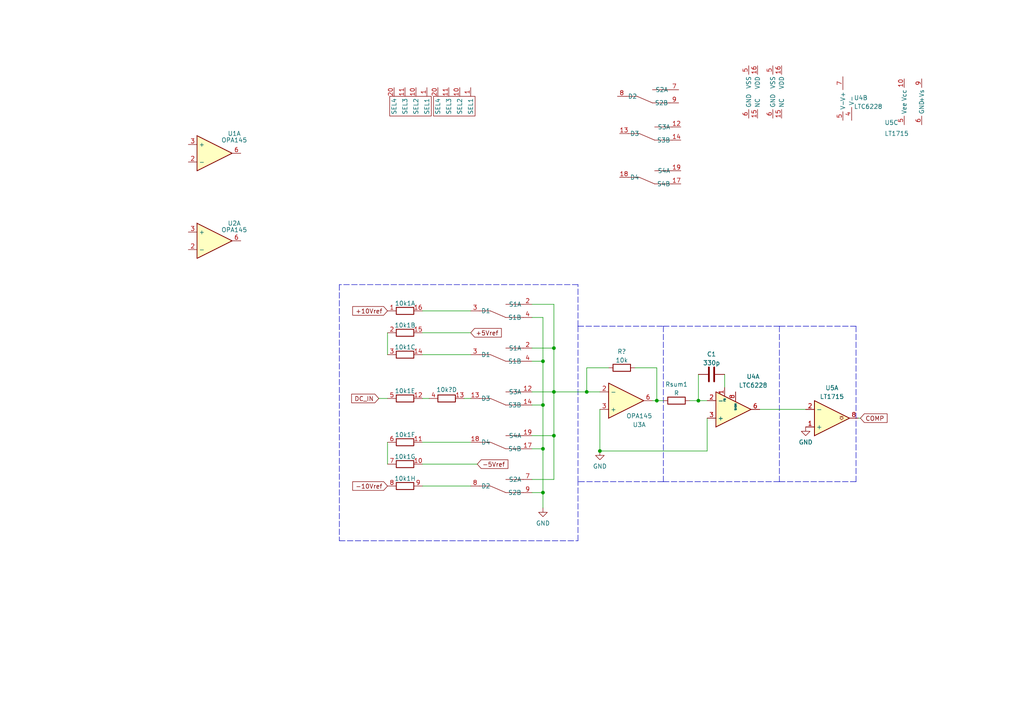
<source format=kicad_sch>
(kicad_sch (version 20211123) (generator eeschema)
  (paper "A4")
  (lib_symbols
    (symbol "Device:C" (pin_numbers hide) (pin_names (offset 0.254))
      (property "Reference" "C" (at 0.635 2.54 0))
      (property "Value" "C" (at 0.635 -2.54 0))
      (symbol "C_0_1"
        (polyline (pts (xy -2.032 -0.762) (xy 2.032 -0.762)) (stroke (width 0.508)))
        (polyline (pts (xy -2.032 0.762) (xy 2.032 0.762)) (stroke (width 0.508)))
      )
      (symbol "C_1_1"
        (pin passive line (at 0 3.81 270) (length 2.794) (name "~") (number "1"))
        (pin passive line (at 0 -3.81 90) (length 2.794) (name "~") (number "2"))
      )
    )
    (symbol "Device:R" (pin_numbers hide) (pin_names (offset 0))
      (property "Reference" "R" (at 2.032 0 90))
      (property "Value" "R" (at 0 0 90))
      (symbol "R_0_1"
        (rectangle (start -1.016 -2.54) (end 1.016 2.54) (stroke (width 0.254)))
      )
      (symbol "R_1_1"
        (pin passive line (at 0 3.81 270) (length 1.27) (name "~") (number "1"))
        (pin passive line (at 0 -3.81 90) (length 1.27) (name "~") (number "2"))
      )
    )
    (symbol "LTC6228_1"
      (property "Reference" "U" (at -1.27 10.16 0))
      (property "Value" "LTC6228_1" (at 0 8.255 0))
      (symbol "LTC6228_1_1_1"
        (polyline (pts (xy 0 4.445) (xy 10.16 -0.635) (xy 0 -5.715) (xy 0 4.445)) (stroke (width 0.254)) (fill (type background)))
        (pin output line (at 2.54 -6.985 90) (length 2.54) (name "FB") (number "1"))
        (pin input line (at -2.54 -3.175 0) (length 2.54) (name "-") (number "2"))
        (pin input line (at -2.54 1.905 0) (length 2.54) (name "+") (number "3"))
        (pin output line (at 12.7 -0.635 180) (length 2.54) (name "~") (number "6"))
        (pin input line (at 5.715 -5.715 90) (length 2.7) (name "SHDN") (number "8"))
      )
      (symbol "LTC6228_1_2_1"
        (pin power_in line (at 1.27 -5.715 90) (length 3.81) (name "V-") (number "4"))
        (pin input line (at -1.27 -5.715 90) (length 2.54) (name "V-") (number "5"))
        (pin power_in line (at -1.27 6.985 270) (length 3.81) (name "V+") (number "7"))
      )
    )
    (symbol "OPA145_2"
      (property "Reference" "U" (at 5.715 3.175 0))
      (property "Value" "OPA145_2" (at 5.08 5.08 0))
      (symbol "OPA145_2_1_1"
        (polyline (pts (xy -2.54 5.08) (xy 7.62 0) (xy -2.54 -5.08) (xy -2.54 5.08)) (stroke (width 0.254)) (fill (type background)))
        (pin input line (at -5.08 -2.54 0) (length 2.54) (name "-") (number "2"))
        (pin input line (at -5.08 2.54 0) (length 2.54) (name "+") (number "3"))
        (pin output line (at 10.16 0 180) (length 2.54) (name "~") (number "6"))
      )
      (symbol "OPA145_2_2_1"
        (pin power_in line (at 0 -7.62 90) (length 3.81) (name "V-") (number "4"))
        (pin power_in line (at 0 7.62 270) (length 3.81) (name "V+") (number "7"))
      )
    )
    (symbol "VM1085:LT1715"
      (property "Reference" "U" (at 2.2225 4.1275 90))
      (property "Value" "LT1715" (at 2.2225 -0.9525 90))
      (symbol "LT1715_1_1"
        (polyline (pts (xy 0 5.08) (xy 10.16 0) (xy 0 -5.08) (xy 0 5.08)) (stroke (width 0.254)) (fill (type background)))
        (polyline (pts (xy 8.382 -0.508) (xy 7.874 -0.508) (xy 8.382 0) (xy 7.874 0.508) (xy 7.366 0) (xy 7.874 -0.508) (xy 7.366 -0.508)) (stroke (width 0.127)))
        (pin input line (at -2.54 2.54 0) (length 2.54) (name "+") (number "1"))
        (pin input line (at -2.54 -2.54 0) (length 2.54) (name "-") (number "2"))
        (pin open_collector line (at 12.7 0 180) (length 2.54) (name "~") (number "8"))
      )
      (symbol "LT1715_2_1"
        (polyline (pts (xy 0 5.08) (xy 10.16 0) (xy 0 -5.08) (xy 0 5.08)) (stroke (width 0.254)) (fill (type background)))
        (polyline (pts (xy 8.382 -0.508) (xy 7.874 -0.508) (xy 8.382 0) (xy 7.874 0.508) (xy 7.366 0) (xy 7.874 -0.508) (xy 7.366 -0.508)) (stroke (width 0.127)))
        (pin input line (at -2.54 -2.54 0) (length 2.54) (name "-") (number "3"))
        (pin input line (at -2.54 2.54 0) (length 2.54) (name "+") (number "4"))
        (pin open_collector line (at 12.7 0 180) (length 2.54) (name "~") (number "7"))
      )
      (symbol "LT1715_3_1"
        (pin input line (at 0 6.35 270) (length 2.54) (name "Vcc") (number "10"))
        (pin input line (at 0 -6.985 90) (length 2.54) (name "Vee") (number "5"))
        (pin input line (at 5.08 -6.985 90) (length 2.54) (name "GND") (number "6"))
        (pin input line (at 5.08 6.35 270) (length 2.54) (name "+Vs") (number "9"))
      )
    )
    (symbol "VM1085:LTC6228"
      (property "Reference" "U" (at -1.27 10.16 0))
      (property "Value" "LTC6228" (at 0 8.255 0))
      (symbol "LTC6228_1_1"
        (polyline (pts (xy 0 4.445) (xy 10.16 -0.635) (xy 0 -5.715) (xy 0 4.445)) (stroke (width 0.254)) (fill (type background)))
        (pin output line (at 2.54 5.715 270) (length 2.54) (name "FB") (number "1"))
        (pin input line (at -2.54 -3.175 0) (length 2.54) (name "-") (number "2"))
        (pin input line (at -2.54 1.905 0) (length 2.54) (name "+") (number "3"))
        (pin output line (at 12.7 -0.635 180) (length 2.54) (name "~") (number "6"))
        (pin input line (at 5.715 4.445 270) (length 2.7) (name "SHDN") (number "8"))
      )
      (symbol "LTC6228_2_1"
        (pin power_in line (at 1.27 -5.715 90) (length 3.81) (name "V-") (number "4"))
        (pin input line (at -1.27 -5.715 90) (length 2.54) (name "V-") (number "5"))
        (pin power_in line (at -1.27 6.985 270) (length 3.81) (name "V+") (number "7"))
      )
    )
    (symbol "VM1085:OPA145"
      (property "Reference" "U" (at 5.715 3.175 0))
      (property "Value" "OPA145" (at 5.08 5.08 0))
      (symbol "OPA145_1_1"
        (polyline (pts (xy -2.54 5.08) (xy 7.62 0) (xy -2.54 -5.08) (xy -2.54 5.08)) (stroke (width 0.254)) (fill (type background)))
        (pin input line (at -5.08 -2.54 0) (length 2.54) (name "-") (number "2"))
        (pin input line (at -5.08 2.54 0) (length 2.54) (name "+") (number "3"))
        (pin output line (at 10.16 0 180) (length 2.54) (name "~") (number "6"))
      )
      (symbol "OPA145_2_1"
        (pin power_in line (at 0 -7.62 90) (length 3.81) (name "V-") (number "4"))
        (pin power_in line (at 0 7.62 270) (length 3.81) (name "V+") (number "7"))
      )
    )
    (symbol "VM1085:TMUX1134"
      (symbol "TMUX1134_1_0"
        (polyline (pts (xy -6.35 0) (xy -3.175 0)) (stroke (width 0.1524)))
        (polyline (pts (xy -3.175 0) (xy 1.27 -1.905)) (stroke (width 0.1524)))
        (polyline (pts (xy 6.35 1.905) (xy 1.27 1.905)) (stroke (width 0.1524)))
      )
      (symbol "TMUX1134_1_1"
        (polyline (pts (xy 6.35 -1.905) (xy 1.27 -1.905)) (stroke (width 0.1524)))
        (pin passive line (at 8.89 1.905 180) (length 2.54) (name "S1A") (number "2"))
        (pin passive line (at -8.89 0 0) (length 2.54) (name "D1") (number "3"))
        (pin passive line (at 8.89 -1.905 180) (length 2.54) (name "S1B") (number "4"))
      )
      (symbol "TMUX1134_2_0"
        (polyline (pts (xy -6.35 0) (xy -3.175 0)) (stroke (width 0.1524)))
        (polyline (pts (xy -3.175 0) (xy 1.27 -1.905)) (stroke (width 0.1524)))
        (polyline (pts (xy 6.35 1.905) (xy 1.27 1.905)) (stroke (width 0.1524)))
      )
      (symbol "TMUX1134_2_1"
        (polyline (pts (xy 6.35 -1.905) (xy 1.27 -1.905)) (stroke (width 0.1524)))
        (pin passive line (at 8.89 1.905 180) (length 2.54) (name "S2A") (number "7"))
        (pin passive line (at -8.89 0 0) (length 2.54) (name "D2") (number "8"))
        (pin passive line (at 8.89 -1.905 180) (length 2.54) (name "S2B") (number "9"))
      )
      (symbol "TMUX1134_3_0"
        (polyline (pts (xy -6.35 0) (xy -3.175 0)) (stroke (width 0.1524)))
        (polyline (pts (xy -3.175 0) (xy 1.27 -1.905)) (stroke (width 0.1524)))
        (polyline (pts (xy 6.35 1.905) (xy 1.27 1.905)) (stroke (width 0.1524)))
      )
      (symbol "TMUX1134_3_1"
        (polyline (pts (xy 6.35 -1.905) (xy 1.27 -1.905)) (stroke (width 0.1524)))
        (pin passive line (at 8.89 1.905 180) (length 2.54) (name "S3A") (number "12"))
        (pin passive line (at -8.89 0 0) (length 2.54) (name "D3") (number "13"))
        (pin passive line (at 8.89 -1.905 180) (length 2.54) (name "S3B") (number "14"))
      )
      (symbol "TMUX1134_4_0"
        (polyline (pts (xy -6.35 0) (xy -3.175 0)) (stroke (width 0.1524)))
        (polyline (pts (xy -3.175 0) (xy 1.27 -1.905)) (stroke (width 0.1524)))
        (polyline (pts (xy 6.35 1.905) (xy 1.27 1.905)) (stroke (width 0.1524)))
      )
      (symbol "TMUX1134_4_1"
        (polyline (pts (xy 6.35 -1.905) (xy 1.27 -1.905)) (stroke (width 0.1524)))
        (pin passive line (at 8.89 -1.905 180) (length 2.54) (name "S4B") (number "17"))
        (pin passive line (at -8.89 0 0) (length 2.54) (name "D4") (number "18"))
        (pin passive line (at 8.89 1.905 180) (length 2.54) (name "S4A") (number "19"))
      )
      (symbol "TMUX1134_5_0"
        (rectangle (start 0 7.62) (end 5.715 -4.445) (stroke (width 0.1524)))
      )
      (symbol "TMUX1134_5_1"
        (pin passive line (at -2.54 6.35 0) (length 2.54) (name "SEL1") (number "1"))
        (pin passive line (at -2.54 3.175 0) (length 2.54) (name "SEL2") (number "10"))
        (pin passive line (at -2.54 0 0) (length 2.54) (name "SEL3") (number "11"))
        (pin passive line (at -2.54 -3.175 0) (length 2.54) (name "SEL4") (number "20"))
      )
      (symbol "TMUX1134_6_1"
        (pin passive line (at 2.54 -7.62 90) (length 2.54) (name "NC") (number "15"))
        (pin passive line (at 2.54 7.62 270) (length 2.54) (name "VDD") (number "16"))
        (pin passive line (at 0 7.62 270) (length 2.54) (name "VSS") (number "5"))
        (pin passive line (at 0 -7.62 90) (length 2.54) (name "GND") (number "6"))
      )
    )
    (symbol "VM1085:TOMC_RES_NETWORK"
      (property "Reference" "10k" (at 0 2.54 0))
      (symbol "TOMC_RES_NETWORK_0_1"
        (rectangle (start 2.54 -1.016) (end -2.54 1.016) (stroke (width 0.254)))
      )
      (symbol "TOMC_RES_NETWORK_1_1"
        (pin passive line (at -5.08 0 0) (length 2.54) (name "~") (number "1"))
        (pin passive line (at 5.08 0 180) (length 2.54) (name "~") (number "16"))
      )
      (symbol "TOMC_RES_NETWORK_2_1"
        (pin passive line (at 5.08 0 180) (length 2.54) (name "~") (number "15"))
        (pin passive line (at -5.08 0 0) (length 2.54) (name "~") (number "2"))
      )
      (symbol "TOMC_RES_NETWORK_3_1"
        (pin passive line (at 5.08 0 180) (length 2.54) (name "~") (number "14"))
        (pin passive line (at -5.08 0 0) (length 2.54) (name "~") (number "3"))
      )
      (symbol "TOMC_RES_NETWORK_4_1"
        (pin passive line (at 5.08 0 180) (length 2.54) (name "~") (number "13"))
        (pin passive line (at -5.08 0 0) (length 2.54) (name "~") (number "4"))
      )
      (symbol "TOMC_RES_NETWORK_5_1"
        (pin passive line (at 5.08 0 180) (length 2.54) (name "~") (number "12"))
        (pin passive line (at -5.08 0 0) (length 2.54) (name "~") (number "5"))
      )
      (symbol "TOMC_RES_NETWORK_6_1"
        (pin passive line (at 5.08 0 180) (length 2.54) (name "~") (number "11"))
        (pin passive line (at -5.08 0 0) (length 2.54) (name "~") (number "6"))
      )
      (symbol "TOMC_RES_NETWORK_7_1"
        (pin passive line (at 5.08 0 180) (length 2.54) (name "~") (number "10"))
        (pin passive line (at -5.08 0 0) (length 2.54) (name "~") (number "7"))
      )
      (symbol "TOMC_RES_NETWORK_8_1"
        (pin passive line (at -5.08 0 0) (length 2.54) (name "~") (number "8"))
        (pin passive line (at 5.08 0 180) (length 2.54) (name "~") (number "9"))
      )
    )
    (symbol "power:GND" (power) (pin_names (offset 0))
      (property "Value" "GND" (at 0 -3.81 0))
      (symbol "GND_0_1"
        (polyline (pts (xy 0 0) (xy 0 -1.27) (xy 1.27 -1.27) (xy 0 -2.54) (xy -1.27 -1.27) (xy 0 -1.27)))
      )
      (symbol "GND_1_1"
        (pin power_in line (at 0 0 270) (length 0) hide (name "GND") (number "1"))
      )
    )
  )
  (junction (at 190.5 116.205))
  (junction (at 157.48 130.175))
  (junction (at 157.48 117.475))
  (junction (at 160.655 113.665))
  (junction (at 157.48 104.775))
  (junction (at 157.48 142.875))
  (junction (at 160.655 100.965))
  (junction (at 173.99 130.81))
  (junction (at 170.18 113.665))
  (junction (at 202.565 116.205))
  (junction (at 160.655 126.365))
  (polyline (pts (xy 192.405 94.615) (xy 226.06 94.615)))
  (wire (pts (xy 173.99 130.81) (xy 205.105 130.81)))
  (wire (pts (xy 205.105 130.81) (xy 205.105 121.285)))
  (wire (pts (xy 154.305 126.365) (xy 160.655 126.365)))
  (polyline (pts (xy 226.06 139.7) (xy 192.405 139.7)))
  (wire (pts (xy 190.5 106.68) (xy 190.5 116.205)))
  (wire (pts (xy 160.655 100.965) (xy 160.655 113.665)))
  (wire (pts (xy 154.305 88.265) (xy 160.655 88.265)))
  (wire (pts (xy 134.62 115.57) (xy 136.525 115.57)))
  (wire (pts (xy 157.48 142.875) (xy 157.48 147.32)))
  (wire (pts (xy 189.23 116.205) (xy 190.5 116.205)))
  (polyline (pts (xy 192.405 139.7) (xy 167.64 139.7)))
  (wire (pts (xy 112.395 128.27) (xy 112.395 134.62)))
  (wire (pts (xy 109.855 115.57) (xy 112.395 115.57)))
  (wire (pts (xy 160.655 113.665) (xy 160.655 126.365)))
  (polyline (pts (xy 167.64 94.615) (xy 167.64 82.55)))
  (polyline (pts (xy 98.425 82.55) (xy 98.425 156.845)))
  (wire (pts (xy 154.305 142.875) (xy 157.48 142.875)))
  (wire (pts (xy 160.655 139.065) (xy 154.305 139.065)))
  (polyline (pts (xy 167.64 156.845) (xy 167.64 139.7)))
  (wire (pts (xy 154.305 130.175) (xy 157.48 130.175)))
  (polyline (pts (xy 167.64 94.615) (xy 167.64 139.7)))
  (wire (pts (xy 170.18 113.665) (xy 173.99 113.665)))
  (wire (pts (xy 122.555 115.57) (xy 124.46 115.57)))
  (wire (pts (xy 122.555 102.87) (xy 136.525 102.87)))
  (wire (pts (xy 210.185 108.585) (xy 210.185 112.395)))
  (wire (pts (xy 154.305 100.965) (xy 160.655 100.965)))
  (wire (pts (xy 176.53 106.68) (xy 170.18 106.68)))
  (wire (pts (xy 154.305 104.775) (xy 157.48 104.775)))
  (wire (pts (xy 160.655 126.365) (xy 160.655 139.065)))
  (polyline (pts (xy 98.425 156.845) (xy 167.64 156.845)))
  (wire (pts (xy 184.15 106.68) (xy 190.5 106.68)))
  (wire (pts (xy 170.18 106.68) (xy 170.18 113.665)))
  (polyline (pts (xy 248.285 139.7) (xy 226.06 139.7)))
  (wire (pts (xy 160.655 88.265) (xy 160.655 100.965)))
  (wire (pts (xy 138.43 134.62) (xy 122.555 134.62)))
  (wire (pts (xy 220.345 118.745) (xy 233.68 118.745)))
  (wire (pts (xy 173.99 118.745) (xy 173.99 130.81)))
  (wire (pts (xy 154.305 92.075) (xy 157.48 92.075)))
  (wire (pts (xy 160.655 113.665) (xy 170.18 113.665)))
  (wire (pts (xy 157.48 130.175) (xy 157.48 142.875)))
  (wire (pts (xy 122.555 140.97) (xy 136.525 140.97)))
  (wire (pts (xy 157.48 92.075) (xy 157.48 104.775)))
  (wire (pts (xy 157.48 104.775) (xy 157.48 117.475)))
  (wire (pts (xy 154.305 117.475) (xy 157.48 117.475)))
  (polyline (pts (xy 167.64 94.615) (xy 192.405 94.615)))
  (wire (pts (xy 122.555 90.17) (xy 136.525 90.17)))
  (wire (pts (xy 202.565 116.205) (xy 205.105 116.205)))
  (polyline (pts (xy 248.285 94.615) (xy 248.285 139.7)))
  (wire (pts (xy 249.555 121.285) (xy 248.92 121.285)))
  (polyline (pts (xy 226.06 94.615) (xy 248.285 94.615)))
  (wire (pts (xy 157.48 117.475) (xy 157.48 130.175)))
  (wire (pts (xy 200.025 116.205) (xy 202.565 116.205)))
  (wire (pts (xy 122.555 128.27) (xy 136.525 128.27)))
  (wire (pts (xy 154.305 113.665) (xy 160.655 113.665)))
  (polyline (pts (xy 226.06 94.615) (xy 226.06 139.7)))
  (polyline (pts (xy 167.64 82.55) (xy 98.425 82.55)))
  (wire (pts (xy 112.395 96.52) (xy 112.395 102.87)))
  (wire (pts (xy 202.565 108.585) (xy 202.565 116.205)))
  (wire (pts (xy 136.525 96.52) (xy 122.555 96.52)))
  (wire (pts (xy 190.5 116.205) (xy 192.405 116.205)))
  (polyline (pts (xy 192.405 94.615) (xy 192.405 139.7)))
  (global_label "-10Vref" (shape input) (at 112.395 140.97 180) (property "Intersheet References" "${INTERSHEET_REFS}" (effects hide)))
  (global_label "DC_IN" (shape input) (at 109.855 115.57 180) (property "Intersheet References" "${INTERSHEET_REFS}" (effects hide)))
  (global_label "+5Vref" (shape input) (at 136.525 96.52 0) (property "Intersheet References" "${INTERSHEET_REFS}" (effects hide)))
  (global_label "+10Vref" (shape input) (at 112.395 90.17 180) (property "Intersheet References" "${INTERSHEET_REFS}" (effects hide)))
  (global_label "-5Vref" (shape input) (at 138.43 134.62 0) (property "Intersheet References" "${INTERSHEET_REFS}" (effects hide)))
  (global_label "COMP" (shape input) (at 249.555 121.285 0) (property "Intersheet References" "${INTERSHEET_REFS}" (effects hide)))
  (symbol (lib_id "power:GND") (at 157.48 147.32 0) (unit 1)
    (property "Reference" "#PWR0102" (effects hide))
    (property "Value" "GND" (at 157.48 151.7634 0))
  )
  (symbol (lib_id "VM1085:OPA145") (at 179.07 116.205 0) (mirror x) (unit 1)
    (property "Reference" "U3" (at 185.42 123.19 0))
    (property "Value" "OPA145" (at 185.42 120.65 0))
    (property "Footprint" "Package_SO:MSOP-8_3x3mm_P0.65mm" (effects hide))
  )
  (symbol (lib_id "power:GND") (at 173.99 130.81 0) (unit 1)
    (property "Reference" "#PWR?" (effects hide))
    (property "Value" "GND" (at 173.99 135.2534 0))
  )
  (symbol (lib_id "VM1085:TMUX1134") (at 145.415 115.57 0) (unit 3)
    (property "Reference" "S1" (effects hide))
    (property "Value" "TMUX1134" (effects hide))
  )
  (symbol (lib_name "LTC6228_1") (lib_id "VM1085:LTC6228") (at 207.645 119.38 0) (mirror x) (unit 1)
    (property "Reference" "U4" (at 218.44 109.22 0))
    (property "Value" "LTC6228" (at 218.44 111.76 0))
    (property "Footprint" "Package_SO:SO-8_5.3x6.2mm_P1.27mm" (effects hide))
  )
  (symbol (lib_id "VM1085:TMUX1134") (at 188.595 38.735 0) (unit 3)
    (property "Reference" "S2" (effects hide))
    (property "Value" "TMUX1134" (effects hide))
  )
  (symbol (lib_id "VM1085:TMUX1134") (at 145.415 102.87 0) (unit 1)
    (property "Reference" "S2" (effects hide))
    (property "Value" "TMUX1134" (effects hide))
  )
  (symbol (lib_id "VM1085:LTC6228") (at 245.745 29.21 0) (unit 2)
    (property "Reference" "U4" (at 247.65 28.3753 0) (effects (justify left)))
    (property "Value" "LTC6228" (at 247.65 30.9122 0) (effects (justify left)))
    (property "Footprint" "Package_SO:SO-8_5.3x6.2mm_P1.27mm" (effects hide))
  )
  (symbol (lib_id "VM1085:TOMC_RES_NETWORK") (at 117.475 115.57 0) (unit 5)
    (property "Reference" "10k1" (at 117.475 113.3912 0))
    (property "Value" "TOMC_RES_NETWORK" (effects hide))
    (property "Footprint" "Package_SO:SOIC-16_3.9x9.9mm_P1.27mm" (effects hide))
  )
  (symbol (lib_id "Device:R") (at 196.215 116.205 90) (unit 1)
    (property "Reference" "Rsum1" (at 196.215 111.4892 90))
    (property "Value" "R" (at 196.215 114.0261 90))
  )
  (symbol (lib_id "VM1085:TOMC_RES_NETWORK") (at 117.475 102.87 0) (unit 3)
    (property "Reference" "10k1" (at 117.475 100.6912 0))
    (property "Value" "TOMC_RES_NETWORK" (effects hide))
    (property "Footprint" "Package_SO:SOIC-16_3.9x9.9mm_P1.27mm" (effects hide))
  )
  (symbol (lib_name "OPA145_2") (lib_id "VM1085:OPA145") (at 59.69 44.45 0) (unit 1)
    (property "Reference" "U1" (at 67.945 38.735 0))
    (property "Value" "OPA145" (at 67.945 40.64 0))
    (property "Footprint" "Package_SO:MSOP-8_3x3mm_P0.65mm" (effects hide))
  )
  (symbol (lib_id "VM1085:TOMC_RES_NETWORK") (at 117.475 134.62 0) (unit 7)
    (property "Reference" "10k1" (at 117.475 132.4412 0))
    (property "Value" "TOMC_RES_NETWORK" (effects hide))
    (property "Footprint" "Package_SO:SOIC-16_3.9x9.9mm_P1.27mm" (effects hide))
  )
  (symbol (lib_id "VM1085:TOMC_RES_NETWORK") (at 129.54 115.57 0) (unit 4)
    (property "Reference" "10k?" (at 129.54 113.03 0))
    (property "Value" "TOMC_RES_NETWORK" (effects hide))
    (property "Footprint" "Package_SO:SOIC-16_3.9x9.9mm_P1.27mm" (effects hide))
  )
  (symbol (lib_id "VM1085:TMUX1134") (at 145.415 128.27 0) (unit 4)
    (property "Reference" "S1" (effects hide))
    (property "Value" "TMUX1134" (effects hide))
  )
  (symbol (lib_id "Device:C") (at 206.375 108.585 90) (unit 1)
    (property "Reference" "C1" (at 206.375 102.7262 90))
    (property "Value" "330p" (at 206.375 105.2631 90))
  )
  (symbol (lib_id "VM1085:TMUX1134") (at 145.415 90.17 0) (unit 1)
    (property "Reference" "S1" (effects hide))
    (property "Value" "TMUX1134" (effects hide))
  )
  (symbol (lib_id "VM1085:TOMC_RES_NETWORK") (at 117.475 96.52 0) (unit 2)
    (property "Reference" "10k1" (at 117.475 94.3412 0))
    (property "Value" "TOMC_RES_NETWORK" (effects hide))
    (property "Footprint" "Package_SO:SOIC-16_3.9x9.9mm_P1.27mm" (effects hide))
  )
  (symbol (lib_id "VM1085:TMUX1134") (at 217.17 26.67 0) (unit 6)
    (property "Reference" "S1" (effects hide))
    (property "Value" "TMUX1134" (effects hide))
  )
  (symbol (lib_id "VM1085:TMUX1134") (at 188.595 51.435 0) (unit 4)
    (property "Reference" "S2" (effects hide))
    (property "Value" "TMUX1134" (effects hide))
  )
  (symbol (lib_id "VM1085:TMUX1134") (at 187.96 27.94 0) (unit 2)
    (property "Reference" "S2" (effects hide))
    (property "Value" "TMUX1134" (effects hide))
  )
  (symbol (lib_id "VM1085:LT1715") (at 262.255 29.21 0) (unit 3)
    (property "Reference" "U5" (at 256.54 35.56 0) (effects (justify left)))
    (property "Value" "LT1715" (at 256.54 38.735 0) (effects (justify left)))
    (property "Footprint" "Package_SO:MSOP-10_3x3mm_P0.5mm" (effects hide))
  )
  (symbol (lib_id "VM1085:OPA145") (at 59.69 69.85 0) (unit 1)
    (property "Reference" "U2" (at 67.945 64.77 0))
    (property "Value" "OPA145" (at 67.945 66.675 0))
    (property "Footprint" "Package_SO:MSOP-8_3x3mm_P0.65mm" (effects hide))
  )
  (symbol (lib_id "VM1085:TMUX1134") (at 117.475 27.94 270) (unit 5)
    (property "Reference" "S1" (effects hide))
    (property "Value" "TMUX1134" (effects hide))
  )
  (symbol (lib_id "VM1085:TOMC_RES_NETWORK") (at 117.475 90.17 0) (unit 1)
    (property "Reference" "10k1" (at 117.475 87.9912 0))
    (property "Value" "TOMC_RES_NETWORK" (effects hide))
    (property "Footprint" "Package_SO:SOIC-16_3.9x9.9mm_P1.27mm" (effects hide))
  )
  (symbol (lib_id "VM1085:LT1715") (at 236.22 121.285 0) (mirror x) (unit 1)
    (property "Reference" "U5" (at 241.3 112.5052 0))
    (property "Value" "LT1715" (at 241.3 115.0421 0))
    (property "Footprint" "Package_SO:MSOP-10_3x3mm_P0.5mm" (effects hide))
  )
  (symbol (lib_id "power:GND") (at 233.68 123.825 0) (unit 1)
    (property "Reference" "#PWR0101" (effects hide))
    (property "Value" "GND" (at 233.68 128.2684 0))
  )
  (symbol (lib_id "VM1085:TMUX1134") (at 145.415 140.97 0) (unit 2)
    (property "Reference" "S1" (effects hide))
    (property "Value" "TMUX1134" (effects hide))
  )
  (symbol (lib_id "VM1085:TOMC_RES_NETWORK") (at 117.475 140.97 0) (unit 8)
    (property "Reference" "10k1" (at 117.475 138.7912 0))
    (property "Value" "TOMC_RES_NETWORK" (effects hide))
    (property "Footprint" "Package_SO:SOIC-16_3.9x9.9mm_P1.27mm" (effects hide))
  )
  (symbol (lib_id "VM1085:TOMC_RES_NETWORK") (at 117.475 128.27 0) (unit 6)
    (property "Reference" "10k1" (at 117.475 126.0912 0))
    (property "Value" "TOMC_RES_NETWORK" (effects hide))
    (property "Footprint" "Package_SO:SOIC-16_3.9x9.9mm_P1.27mm" (effects hide))
  )
  (symbol (lib_id "VM1085:TMUX1134") (at 224.155 26.67 0) (unit 6)
    (property "Reference" "S2" (effects hide))
    (property "Value" "TMUX1134" (effects hide))
  )
  (symbol (lib_id "VM1085:TMUX1134") (at 130.175 27.94 270) (unit 5)
    (property "Reference" "S2" (effects hide))
    (property "Value" "TMUX1134" (effects hide))
  )
  (symbol (lib_id "Device:R") (at 180.34 106.68 90) (unit 1)
    (property "Reference" "R?" (at 180.34 101.9642 90))
    (property "Value" "10k" (at 180.34 104.5011 90))
  )
)
</source>
